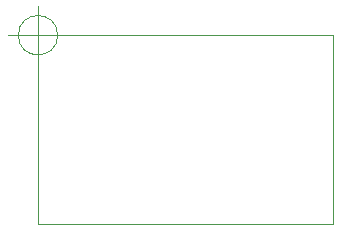
<source format=gbr>
G04 #@! TF.GenerationSoftware,KiCad,Pcbnew,(5.1.2)-2*
G04 #@! TF.CreationDate,2019-08-27T22:51:35+12:00*
G04 #@! TF.ProjectId,CacPP_PIC10,43616350-505f-4504-9943-31302e6b6963,rev?*
G04 #@! TF.SameCoordinates,Original*
G04 #@! TF.FileFunction,Profile,NP*
%FSLAX46Y46*%
G04 Gerber Fmt 4.6, Leading zero omitted, Abs format (unit mm)*
G04 Created by KiCad (PCBNEW (5.1.2)-2) date 2019-08-27 22:51:35*
%MOMM*%
%LPD*%
G04 APERTURE LIST*
%ADD10C,0.050000*%
G04 APERTURE END LIST*
D10*
X51666666Y-30000000D02*
G75*
G03X51666666Y-30000000I-1666666J0D01*
G01*
X47500000Y-30000000D02*
X52500000Y-30000000D01*
X50000000Y-27500000D02*
X50000000Y-32500000D01*
X50000000Y-46000000D02*
X53000000Y-46000000D01*
X50000000Y-30000000D02*
X50000000Y-46000000D01*
X53000000Y-30000000D02*
X50000000Y-30000000D01*
X75000000Y-30000000D02*
X53000000Y-30000000D01*
X75000000Y-46000000D02*
X53000000Y-46000000D01*
X75000000Y-30000000D02*
X75000000Y-46000000D01*
M02*

</source>
